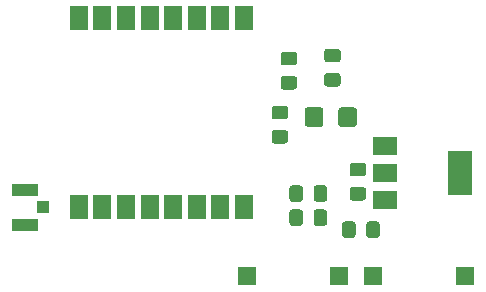
<source format=gbr>
%TF.GenerationSoftware,KiCad,Pcbnew,(5.1.6)-1*%
%TF.CreationDate,2020-08-27T20:14:33+02:00*%
%TF.ProjectId,ESP32_TFT_Board,45535033-325f-4544-9654-5f426f617264,rev?*%
%TF.SameCoordinates,Original*%
%TF.FileFunction,Paste,Top*%
%TF.FilePolarity,Positive*%
%FSLAX46Y46*%
G04 Gerber Fmt 4.6, Leading zero omitted, Abs format (unit mm)*
G04 Created by KiCad (PCBNEW (5.1.6)-1) date 2020-08-27 20:14:33*
%MOMM*%
%LPD*%
G01*
G04 APERTURE LIST*
%ADD10R,1.500000X1.500000*%
%ADD11R,1.500000X2.000000*%
%ADD12R,2.000000X1.500000*%
%ADD13R,2.000000X3.800000*%
%ADD14R,1.100000X1.050000*%
%ADD15R,2.250000X1.100000*%
G04 APERTURE END LIST*
%TO.C,R6*%
G36*
G01*
X116147001Y-68511000D02*
X115246999Y-68511000D01*
G75*
G02*
X114997000Y-68261001I0J249999D01*
G01*
X114997000Y-67610999D01*
G75*
G02*
X115246999Y-67361000I249999J0D01*
G01*
X116147001Y-67361000D01*
G75*
G02*
X116397000Y-67610999I0J-249999D01*
G01*
X116397000Y-68261001D01*
G75*
G02*
X116147001Y-68511000I-249999J0D01*
G01*
G37*
G36*
G01*
X116147001Y-70561000D02*
X115246999Y-70561000D01*
G75*
G02*
X114997000Y-70311001I0J249999D01*
G01*
X114997000Y-69660999D01*
G75*
G02*
X115246999Y-69411000I249999J0D01*
G01*
X116147001Y-69411000D01*
G75*
G02*
X116397000Y-69660999I0J-249999D01*
G01*
X116397000Y-70311001D01*
G75*
G02*
X116147001Y-70561000I-249999J0D01*
G01*
G37*
%TD*%
D10*
%TO.C,SW2*%
X130646000Y-86360000D03*
X122846000Y-86360000D03*
%TD*%
%TO.C,SW1*%
X119978000Y-86360000D03*
X112178000Y-86360000D03*
%TD*%
D11*
%TO.C,U4*%
X111902000Y-64517000D03*
X109902000Y-64517000D03*
X107902000Y-64517000D03*
X105902000Y-64517000D03*
X103902000Y-64517000D03*
X101902000Y-64517000D03*
X99902000Y-64517000D03*
X97902000Y-64517000D03*
X97902000Y-80517000D03*
X99902000Y-80517000D03*
X101902000Y-80517000D03*
X103902000Y-80517000D03*
X105902000Y-80517000D03*
X107902000Y-80517000D03*
X109902000Y-80517000D03*
X111902000Y-80517000D03*
%TD*%
D12*
%TO.C,U1*%
X123850000Y-75297000D03*
X123850000Y-79897000D03*
X123850000Y-77597000D03*
D13*
X130150000Y-77597000D03*
%TD*%
%TO.C,R10*%
G36*
G01*
X119830001Y-68257000D02*
X118929999Y-68257000D01*
G75*
G02*
X118680000Y-68007001I0J249999D01*
G01*
X118680000Y-67356999D01*
G75*
G02*
X118929999Y-67107000I249999J0D01*
G01*
X119830001Y-67107000D01*
G75*
G02*
X120080000Y-67356999I0J-249999D01*
G01*
X120080000Y-68007001D01*
G75*
G02*
X119830001Y-68257000I-249999J0D01*
G01*
G37*
G36*
G01*
X119830001Y-70307000D02*
X118929999Y-70307000D01*
G75*
G02*
X118680000Y-70057001I0J249999D01*
G01*
X118680000Y-69406999D01*
G75*
G02*
X118929999Y-69157000I249999J0D01*
G01*
X119830001Y-69157000D01*
G75*
G02*
X120080000Y-69406999I0J-249999D01*
G01*
X120080000Y-70057001D01*
G75*
G02*
X119830001Y-70307000I-249999J0D01*
G01*
G37*
%TD*%
%TO.C,R8*%
G36*
G01*
X115385001Y-73083000D02*
X114484999Y-73083000D01*
G75*
G02*
X114235000Y-72833001I0J249999D01*
G01*
X114235000Y-72182999D01*
G75*
G02*
X114484999Y-71933000I249999J0D01*
G01*
X115385001Y-71933000D01*
G75*
G02*
X115635000Y-72182999I0J-249999D01*
G01*
X115635000Y-72833001D01*
G75*
G02*
X115385001Y-73083000I-249999J0D01*
G01*
G37*
G36*
G01*
X115385001Y-75133000D02*
X114484999Y-75133000D01*
G75*
G02*
X114235000Y-74883001I0J249999D01*
G01*
X114235000Y-74232999D01*
G75*
G02*
X114484999Y-73983000I249999J0D01*
G01*
X115385001Y-73983000D01*
G75*
G02*
X115635000Y-74232999I0J-249999D01*
G01*
X115635000Y-74883001D01*
G75*
G02*
X115385001Y-75133000I-249999J0D01*
G01*
G37*
%TD*%
%TO.C,R7*%
G36*
G01*
X116889000Y-80956999D02*
X116889000Y-81857001D01*
G75*
G02*
X116639001Y-82107000I-249999J0D01*
G01*
X115988999Y-82107000D01*
G75*
G02*
X115739000Y-81857001I0J249999D01*
G01*
X115739000Y-80956999D01*
G75*
G02*
X115988999Y-80707000I249999J0D01*
G01*
X116639001Y-80707000D01*
G75*
G02*
X116889000Y-80956999I0J-249999D01*
G01*
G37*
G36*
G01*
X118939000Y-80956999D02*
X118939000Y-81857001D01*
G75*
G02*
X118689001Y-82107000I-249999J0D01*
G01*
X118038999Y-82107000D01*
G75*
G02*
X117789000Y-81857001I0J249999D01*
G01*
X117789000Y-80956999D01*
G75*
G02*
X118038999Y-80707000I249999J0D01*
G01*
X118689001Y-80707000D01*
G75*
G02*
X118939000Y-80956999I0J-249999D01*
G01*
G37*
%TD*%
%TO.C,R5*%
G36*
G01*
X117798000Y-79825001D02*
X117798000Y-78924999D01*
G75*
G02*
X118047999Y-78675000I249999J0D01*
G01*
X118698001Y-78675000D01*
G75*
G02*
X118948000Y-78924999I0J-249999D01*
G01*
X118948000Y-79825001D01*
G75*
G02*
X118698001Y-80075000I-249999J0D01*
G01*
X118047999Y-80075000D01*
G75*
G02*
X117798000Y-79825001I0J249999D01*
G01*
G37*
G36*
G01*
X115748000Y-79825001D02*
X115748000Y-78924999D01*
G75*
G02*
X115997999Y-78675000I249999J0D01*
G01*
X116648001Y-78675000D01*
G75*
G02*
X116898000Y-78924999I0J-249999D01*
G01*
X116898000Y-79825001D01*
G75*
G02*
X116648001Y-80075000I-249999J0D01*
G01*
X115997999Y-80075000D01*
G75*
G02*
X115748000Y-79825001I0J249999D01*
G01*
G37*
%TD*%
D14*
%TO.C,J2*%
X94895000Y-80518000D03*
D15*
X93345000Y-79043000D03*
X93345000Y-81993000D03*
%TD*%
%TO.C,D2*%
G36*
G01*
X118628000Y-72323000D02*
X118628000Y-73473000D01*
G75*
G02*
X118378000Y-73723000I-250000J0D01*
G01*
X117278000Y-73723000D01*
G75*
G02*
X117028000Y-73473000I0J250000D01*
G01*
X117028000Y-72323000D01*
G75*
G02*
X117278000Y-72073000I250000J0D01*
G01*
X118378000Y-72073000D01*
G75*
G02*
X118628000Y-72323000I0J-250000D01*
G01*
G37*
G36*
G01*
X121478000Y-72323000D02*
X121478000Y-73473000D01*
G75*
G02*
X121228000Y-73723000I-250000J0D01*
G01*
X120128000Y-73723000D01*
G75*
G02*
X119878000Y-73473000I0J250000D01*
G01*
X119878000Y-72323000D01*
G75*
G02*
X120128000Y-72073000I250000J0D01*
G01*
X121228000Y-72073000D01*
G75*
G02*
X121478000Y-72323000I0J-250000D01*
G01*
G37*
%TD*%
%TO.C,C4*%
G36*
G01*
X121989001Y-77909000D02*
X121088999Y-77909000D01*
G75*
G02*
X120839000Y-77659001I0J249999D01*
G01*
X120839000Y-77008999D01*
G75*
G02*
X121088999Y-76759000I249999J0D01*
G01*
X121989001Y-76759000D01*
G75*
G02*
X122239000Y-77008999I0J-249999D01*
G01*
X122239000Y-77659001D01*
G75*
G02*
X121989001Y-77909000I-249999J0D01*
G01*
G37*
G36*
G01*
X121989001Y-79959000D02*
X121088999Y-79959000D01*
G75*
G02*
X120839000Y-79709001I0J249999D01*
G01*
X120839000Y-79058999D01*
G75*
G02*
X121088999Y-78809000I249999J0D01*
G01*
X121989001Y-78809000D01*
G75*
G02*
X122239000Y-79058999I0J-249999D01*
G01*
X122239000Y-79709001D01*
G75*
G02*
X121989001Y-79959000I-249999J0D01*
G01*
G37*
%TD*%
%TO.C,C1*%
G36*
G01*
X121343000Y-81972999D02*
X121343000Y-82873001D01*
G75*
G02*
X121093001Y-83123000I-249999J0D01*
G01*
X120442999Y-83123000D01*
G75*
G02*
X120193000Y-82873001I0J249999D01*
G01*
X120193000Y-81972999D01*
G75*
G02*
X120442999Y-81723000I249999J0D01*
G01*
X121093001Y-81723000D01*
G75*
G02*
X121343000Y-81972999I0J-249999D01*
G01*
G37*
G36*
G01*
X123393000Y-81972999D02*
X123393000Y-82873001D01*
G75*
G02*
X123143001Y-83123000I-249999J0D01*
G01*
X122492999Y-83123000D01*
G75*
G02*
X122243000Y-82873001I0J249999D01*
G01*
X122243000Y-81972999D01*
G75*
G02*
X122492999Y-81723000I249999J0D01*
G01*
X123143001Y-81723000D01*
G75*
G02*
X123393000Y-81972999I0J-249999D01*
G01*
G37*
%TD*%
M02*

</source>
